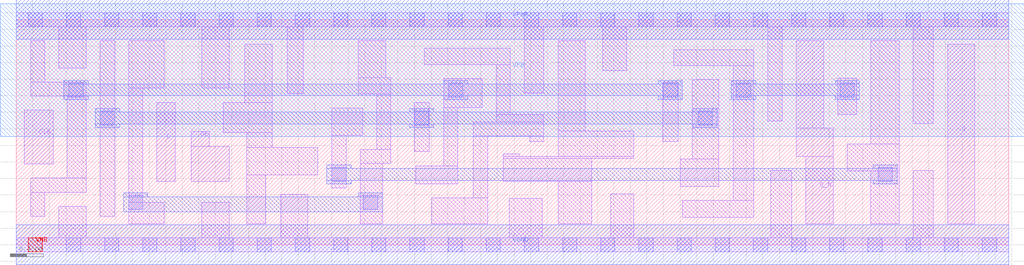
<source format=lef>
# Copyright 2020 The SkyWater PDK Authors
#
# Licensed under the Apache License, Version 2.0 (the "License");
# you may not use this file except in compliance with the License.
# You may obtain a copy of the License at
#
#     https://www.apache.org/licenses/LICENSE-2.0
#
# Unless required by applicable law or agreed to in writing, software
# distributed under the License is distributed on an "AS IS" BASIS,
# WITHOUT WARRANTIES OR CONDITIONS OF ANY KIND, either express or implied.
# See the License for the specific language governing permissions and
# limitations under the License.
#
# SPDX-License-Identifier: Apache-2.0

VERSION 5.7 ;
  NOWIREEXTENSIONATPIN ON ;
  DIVIDERCHAR "/" ;
  BUSBITCHARS "[]" ;
MACRO sky130_fd_sc_hd__edfxbp_1
  CLASS CORE ;
  FOREIGN sky130_fd_sc_hd__edfxbp_1 ;
  ORIGIN  0.000000  0.000000 ;
  SIZE  11.96000 BY  2.720000 ;
  SYMMETRY X Y R90 ;
  SITE unithd ;
  PIN D
    ANTENNAGATEAREA  0.159000 ;
    DIRECTION INPUT ;
    USE SIGNAL ;
    PORT
      LAYER li1 ;
        RECT 1.695000 0.765000 1.915000 1.720000 ;
    END
  END D
  PIN DE
    ANTENNAGATEAREA  0.318000 ;
    DIRECTION INPUT ;
    USE SIGNAL ;
    PORT
      LAYER li1 ;
        RECT 2.110000 0.765000 2.565000 1.185000 ;
        RECT 2.110000 1.185000 2.325000 1.370000 ;
    END
  END DE
  PIN Q
    ANTENNADIFFAREA  0.462000 ;
    DIRECTION OUTPUT ;
    USE SIGNAL ;
    PORT
      LAYER li1 ;
        RECT 11.225000 0.255000 11.555000 2.420000 ;
    END
  END Q
  PIN Q_N
    ANTENNADIFFAREA  0.429000 ;
    DIRECTION OUTPUT ;
    USE SIGNAL ;
    PORT
      LAYER li1 ;
        RECT 9.400000 1.065000 9.845000 1.410000 ;
        RECT 9.400000 1.410000 9.730000 2.465000 ;
        RECT 9.515000 0.255000 9.845000 1.065000 ;
    END
  END Q_N
  PIN CLK
    ANTENNAGATEAREA  0.159000 ;
    DIRECTION INPUT ;
    USE CLOCK ;
    PORT
      LAYER li1 ;
        RECT 0.095000 0.975000 0.445000 1.625000 ;
    END
  END CLK
  PIN VGND
    DIRECTION INOUT ;
    SHAPE ABUTMENT ;
    USE GROUND ;
    PORT
      LAYER met1 ;
        RECT 0.000000 -0.240000 11.960000 0.240000 ;
    END
  END VGND
  PIN VNB
    DIRECTION INOUT ;
    USE GROUND ;
    PORT
      LAYER pwell ;
        RECT 0.145000 -0.085000 0.315000 0.085000 ;
    END
  END VNB
  PIN VPB
    DIRECTION INOUT ;
    USE POWER ;
    PORT
      LAYER nwell ;
        RECT -0.190000 1.305000 12.150000 2.910000 ;
    END
  END VPB
  PIN VPWR
    DIRECTION INOUT ;
    SHAPE ABUTMENT ;
    USE POWER ;
    PORT
      LAYER met1 ;
        RECT 0.000000 2.480000 11.960000 2.960000 ;
    END
  END VPWR
  OBS
    LAYER li1 ;
      RECT  0.000000 -0.085000 11.960000 0.085000 ;
      RECT  0.000000  2.635000 11.960000 2.805000 ;
      RECT  0.175000  0.345000  0.345000 0.635000 ;
      RECT  0.175000  0.635000  0.845000 0.805000 ;
      RECT  0.175000  1.795000  0.845000 1.965000 ;
      RECT  0.175000  1.965000  0.345000 2.465000 ;
      RECT  0.515000  0.085000  0.845000 0.465000 ;
      RECT  0.515000  2.135000  0.845000 2.635000 ;
      RECT  0.615000  0.805000  0.845000 1.795000 ;
      RECT  1.015000  0.345000  1.185000 2.465000 ;
      RECT  1.355000  0.255000  1.785000 0.515000 ;
      RECT  1.355000  0.515000  1.525000 1.890000 ;
      RECT  1.355000  1.890000  1.785000 2.465000 ;
      RECT  2.235000  0.085000  2.565000 0.515000 ;
      RECT  2.235000  1.890000  2.565000 2.635000 ;
      RECT  2.495000  1.355000  3.085000 1.720000 ;
      RECT  2.755000  1.720000  3.085000 2.425000 ;
      RECT  2.780000  0.255000  3.005000 0.845000 ;
      RECT  2.780000  0.845000  3.635000 1.175000 ;
      RECT  2.780000  1.175000  3.085000 1.355000 ;
      RECT  3.185000  0.085000  3.515000 0.610000 ;
      RECT  3.265000  1.825000  3.460000 2.635000 ;
      RECT  3.805000  0.685000  3.975000 1.320000 ;
      RECT  3.805000  1.320000  4.175000 1.650000 ;
      RECT  4.125000  1.820000  4.515000 2.020000 ;
      RECT  4.125000  2.020000  4.455000 2.465000 ;
      RECT  4.145000  0.255000  4.415000 0.980000 ;
      RECT  4.145000  0.980000  4.515000 1.150000 ;
      RECT  4.345000  1.150000  4.515000 1.820000 ;
      RECT  4.795000  1.125000  4.980000 1.720000 ;
      RECT  4.815000  0.735000  5.320000 0.955000 ;
      RECT  4.915000  2.175000  5.955000 2.375000 ;
      RECT  5.005000  0.255000  5.680000 0.565000 ;
      RECT  5.150000  0.955000  5.320000 1.655000 ;
      RECT  5.150000  1.655000  5.615000 2.005000 ;
      RECT  5.510000  0.565000  5.680000 1.315000 ;
      RECT  5.510000  1.315000  6.360000 1.485000 ;
      RECT  5.785000  1.485000  6.360000 1.575000 ;
      RECT  5.785000  1.575000  5.955000 2.175000 ;
      RECT  5.870000  0.765000  6.935000 1.045000 ;
      RECT  5.870000  1.045000  7.445000 1.065000 ;
      RECT  5.870000  1.065000  6.070000 1.095000 ;
      RECT  5.945000  0.085000  6.340000 0.560000 ;
      RECT  6.125000  1.835000  6.360000 2.635000 ;
      RECT  6.190000  1.245000  6.360000 1.315000 ;
      RECT  6.530000  0.255000  6.935000 0.765000 ;
      RECT  6.530000  1.065000  7.445000 1.375000 ;
      RECT  6.530000  1.375000  6.860000 2.465000 ;
      RECT  7.070000  2.105000  7.360000 2.635000 ;
      RECT  7.165000  0.085000  7.440000 0.615000 ;
      RECT  7.790000  1.245000  7.980000 1.965000 ;
      RECT  7.925000  2.165000  8.890000 2.355000 ;
      RECT  8.005000  0.705000  8.470000 1.035000 ;
      RECT  8.025000  0.330000  8.890000 0.535000 ;
      RECT  8.150000  1.035000  8.470000 1.995000 ;
      RECT  8.640000  0.535000  8.890000 2.165000 ;
      RECT  9.060000  1.495000  9.230000 2.635000 ;
      RECT  9.095000  0.085000  9.345000 0.900000 ;
      RECT  9.900000  1.575000 10.130000 2.010000 ;
      RECT 10.015000  0.890000 10.640000 1.220000 ;
      RECT 10.300000  0.255000 10.640000 0.890000 ;
      RECT 10.300000  1.220000 10.640000 2.465000 ;
      RECT 10.810000  0.085000 11.055000 0.900000 ;
      RECT 10.810000  1.465000 11.055000 2.635000 ;
    LAYER mcon ;
      RECT  0.145000 -0.085000  0.315000 0.085000 ;
      RECT  0.145000  2.635000  0.315000 2.805000 ;
      RECT  0.605000 -0.085000  0.775000 0.085000 ;
      RECT  0.605000  2.635000  0.775000 2.805000 ;
      RECT  0.635000  1.785000  0.805000 1.955000 ;
      RECT  1.015000  1.445000  1.185000 1.615000 ;
      RECT  1.065000 -0.085000  1.235000 0.085000 ;
      RECT  1.065000  2.635000  1.235000 2.805000 ;
      RECT  1.355000  0.425000  1.525000 0.595000 ;
      RECT  1.525000 -0.085000  1.695000 0.085000 ;
      RECT  1.525000  2.635000  1.695000 2.805000 ;
      RECT  1.985000 -0.085000  2.155000 0.085000 ;
      RECT  1.985000  2.635000  2.155000 2.805000 ;
      RECT  2.445000 -0.085000  2.615000 0.085000 ;
      RECT  2.445000  2.635000  2.615000 2.805000 ;
      RECT  2.905000 -0.085000  3.075000 0.085000 ;
      RECT  2.905000  2.635000  3.075000 2.805000 ;
      RECT  3.365000 -0.085000  3.535000 0.085000 ;
      RECT  3.365000  2.635000  3.535000 2.805000 ;
      RECT  3.805000  0.765000  3.975000 0.935000 ;
      RECT  3.825000 -0.085000  3.995000 0.085000 ;
      RECT  3.825000  2.635000  3.995000 2.805000 ;
      RECT  4.185000  0.425000  4.355000 0.595000 ;
      RECT  4.285000 -0.085000  4.455000 0.085000 ;
      RECT  4.285000  2.635000  4.455000 2.805000 ;
      RECT  4.745000 -0.085000  4.915000 0.085000 ;
      RECT  4.745000  2.635000  4.915000 2.805000 ;
      RECT  4.800000  1.445000  4.970000 1.615000 ;
      RECT  5.205000 -0.085000  5.375000 0.085000 ;
      RECT  5.205000  2.635000  5.375000 2.805000 ;
      RECT  5.210000  1.785000  5.380000 1.955000 ;
      RECT  5.665000 -0.085000  5.835000 0.085000 ;
      RECT  5.665000  2.635000  5.835000 2.805000 ;
      RECT  6.125000 -0.085000  6.295000 0.085000 ;
      RECT  6.125000  2.635000  6.295000 2.805000 ;
      RECT  6.585000 -0.085000  6.755000 0.085000 ;
      RECT  6.585000  2.635000  6.755000 2.805000 ;
      RECT  7.045000 -0.085000  7.215000 0.085000 ;
      RECT  7.045000  2.635000  7.215000 2.805000 ;
      RECT  7.505000 -0.085000  7.675000 0.085000 ;
      RECT  7.505000  2.635000  7.675000 2.805000 ;
      RECT  7.800000  1.785000  7.970000 1.955000 ;
      RECT  7.965000 -0.085000  8.135000 0.085000 ;
      RECT  7.965000  2.635000  8.135000 2.805000 ;
      RECT  8.220000  1.445000  8.390000 1.615000 ;
      RECT  8.425000 -0.085000  8.595000 0.085000 ;
      RECT  8.425000  2.635000  8.595000 2.805000 ;
      RECT  8.680000  1.785000  8.850000 1.955000 ;
      RECT  8.885000 -0.085000  9.055000 0.085000 ;
      RECT  8.885000  2.635000  9.055000 2.805000 ;
      RECT  9.345000 -0.085000  9.515000 0.085000 ;
      RECT  9.345000  2.635000  9.515000 2.805000 ;
      RECT  9.805000 -0.085000  9.975000 0.085000 ;
      RECT  9.805000  2.635000  9.975000 2.805000 ;
      RECT  9.930000  1.785000 10.100000 1.955000 ;
      RECT 10.265000 -0.085000 10.435000 0.085000 ;
      RECT 10.265000  2.635000 10.435000 2.805000 ;
      RECT 10.390000  0.765000 10.560000 0.935000 ;
      RECT 10.725000 -0.085000 10.895000 0.085000 ;
      RECT 10.725000  2.635000 10.895000 2.805000 ;
      RECT 11.185000 -0.085000 11.355000 0.085000 ;
      RECT 11.185000  2.635000 11.355000 2.805000 ;
      RECT 11.645000 -0.085000 11.815000 0.085000 ;
      RECT 11.645000  2.635000 11.815000 2.805000 ;
    LAYER met1 ;
      RECT  0.575000 1.755000  0.865000 1.800000 ;
      RECT  0.575000 1.800000  8.030000 1.940000 ;
      RECT  0.575000 1.940000  0.865000 1.985000 ;
      RECT  0.955000 1.415000  1.245000 1.460000 ;
      RECT  0.955000 1.460000  8.450000 1.600000 ;
      RECT  0.955000 1.600000  1.245000 1.645000 ;
      RECT  1.295000 0.395000  4.415000 0.580000 ;
      RECT  1.295000 0.580000  1.585000 0.625000 ;
      RECT  3.745000 0.735000  4.035000 0.780000 ;
      RECT  3.745000 0.780000 10.620000 0.920000 ;
      RECT  3.745000 0.920000  4.035000 0.965000 ;
      RECT  4.125000 0.580000  4.415000 0.625000 ;
      RECT  4.740000 1.415000  5.030000 1.460000 ;
      RECT  4.740000 1.600000  5.030000 1.645000 ;
      RECT  5.150000 1.755000  5.440000 1.800000 ;
      RECT  5.150000 1.940000  5.440000 1.985000 ;
      RECT  7.740000 1.755000  8.030000 1.800000 ;
      RECT  7.740000 1.940000  8.030000 1.985000 ;
      RECT  8.160000 1.415000  8.450000 1.460000 ;
      RECT  8.160000 1.600000  8.450000 1.645000 ;
      RECT  8.620000 1.755000  8.910000 1.800000 ;
      RECT  8.620000 1.800000 10.160000 1.940000 ;
      RECT  8.620000 1.940000  8.910000 1.985000 ;
      RECT  9.870000 1.755000 10.160000 1.800000 ;
      RECT  9.870000 1.940000 10.160000 1.985000 ;
      RECT 10.330000 0.735000 10.620000 0.780000 ;
      RECT 10.330000 0.920000 10.620000 0.965000 ;
  END
END sky130_fd_sc_hd__edfxbp_1
END LIBRARY

</source>
